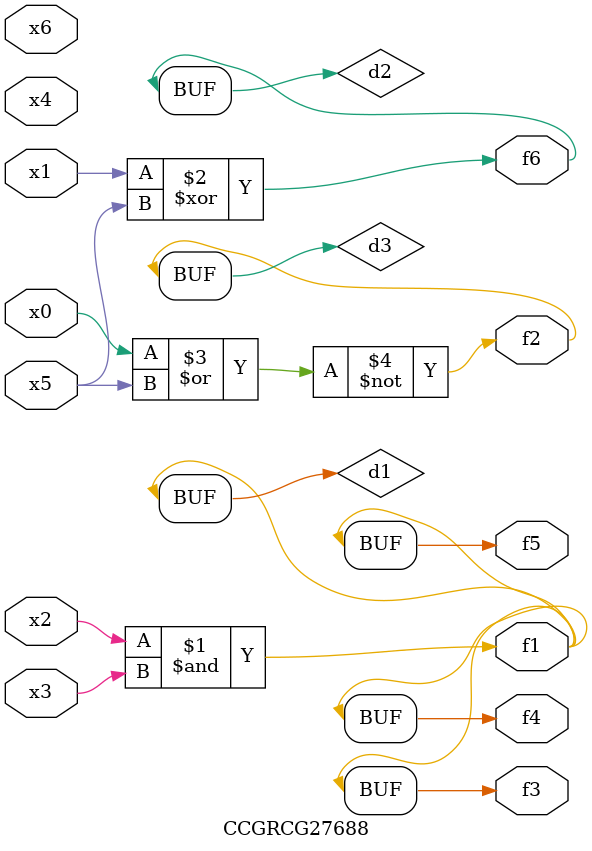
<source format=v>
module CCGRCG27688(
	input x0, x1, x2, x3, x4, x5, x6,
	output f1, f2, f3, f4, f5, f6
);

	wire d1, d2, d3;

	and (d1, x2, x3);
	xor (d2, x1, x5);
	nor (d3, x0, x5);
	assign f1 = d1;
	assign f2 = d3;
	assign f3 = d1;
	assign f4 = d1;
	assign f5 = d1;
	assign f6 = d2;
endmodule

</source>
